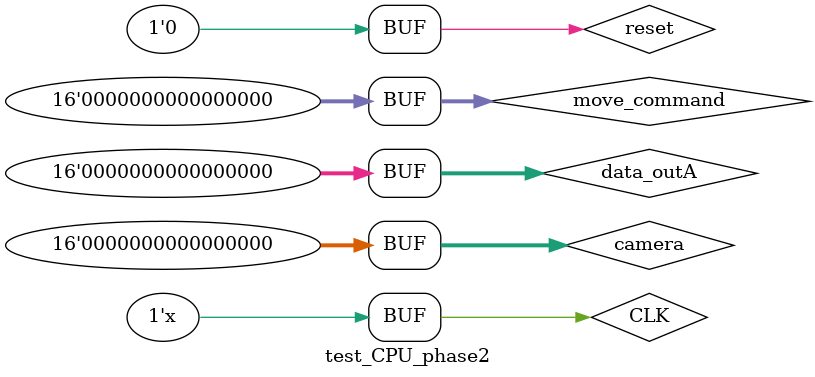
<source format=v>
`timescale 1ns / 1ps


module test_CPU_phase2;

	// Inputs
	reg CLK;
	reg reset;
	reg [15:0] camera;
	reg [15:0] move_command;
	reg [15:0] data_outA;

	// Outputs
	wire [23:0] memory_locationA;
	wire [15:0] memory_inputA;
	wire [127:0] display;
	wire write_memoryA;

	// Instantiate the Unit Under Test (UUT)
	CPU uut (
		.CLK(CLK), 
		.reset(reset), 
		.camera(camera), 
		.move_command(move_command), 
		.data_outA(data_outA), 
		.memory_locationA(memory_locationA), 
		.memory_inputA(memory_inputA), 
		.display(display), 
		.write_memoryA(write_memoryA)
	);

	initial begin
		// Initialize Inputs
		CLK = 0;
		reset = 0;
		camera = 0;
		move_command = 0;
		data_outA = 0;

		// Wait 100 ns for global reset to finish
		#120;
		
		data_outA = 16'b0000000000000000;
		#40;
		data_outA = 16'b0100000000000101;
		#40;
		data_outA = 16'b0100000100000101;
		#40;
		data_outA = 16'b0001001000000100;
		#40;
		data_outA = 16'b0010101101000100;
		#40;
		data_outA = 16'b0011010001100010;
		#40;
		data_outA = 16'b0001110110000000;
		#40;
		data_outA = 16'b0010011010100000;
		#40;
		data_outA = 16'b0111111111001100;
		#40;
		data_outA = 16'b0000000000000000;
      
	end

	
	always
	begin 
		CLK = ~CLK;
		#5;
	end
      
endmodule


</source>
